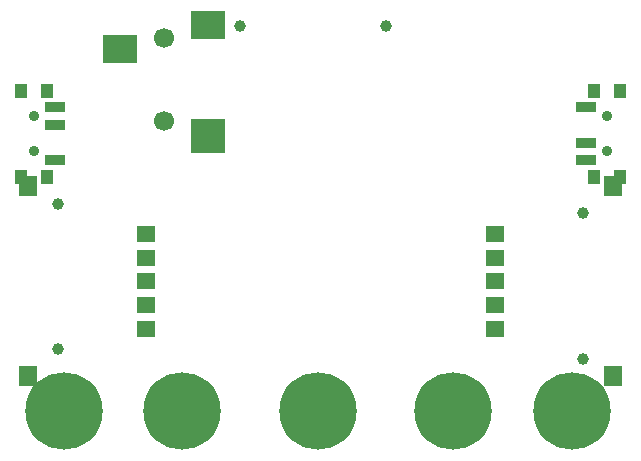
<source format=gbr>
G04 DipTrace 3.3.1.1*
G04 BottomMask.gbr*
%MOIN*%
G04 #@! TF.FileFunction,Soldermask,Bot*
G04 #@! TF.Part,Single*
%ADD34C,0.066929*%
%ADD35C,0.035433*%
%ADD36C,0.03937*%
%ADD41R,0.03937X0.047244*%
%ADD44R,0.062992X0.055118*%
%ADD46R,0.062992X0.066929*%
%ADD49R,0.066929X0.035433*%
%ADD53R,0.11811X0.094488*%
%ADD55R,0.11811X0.11811*%
%ADD61C,0.257874*%
%FSLAX26Y26*%
G04*
G70*
G90*
G75*
G01*
G04 BotMask*
%LPD*%
D61*
X551181Y629923D3*
X944882D3*
X1397638D3*
X1850394D3*
X2244094D3*
D55*
X1031575Y1547984D3*
D53*
X740079Y1839323D3*
X1031417Y1918063D3*
D34*
X885748Y1874756D3*
Y1599165D3*
D49*
X2293307Y1643702D3*
Y1525592D3*
Y1466537D3*
D41*
X2318898Y1698820D3*
X2405512D3*
X2318898Y1411419D3*
X2405512D3*
D35*
X2362205Y1614175D3*
Y1496064D3*
D49*
X521654Y1466537D3*
Y1584647D3*
Y1643702D3*
D41*
X496063Y1411419D3*
X409449D3*
X496063Y1698820D3*
X409449D3*
D35*
X452756Y1496064D3*
Y1614175D3*
D46*
X2381890Y1379923D3*
Y746064D3*
D44*
X1988189Y1062993D3*
Y1141734D3*
Y984253D3*
Y905513D3*
Y1220474D3*
D36*
X2283465Y805119D3*
Y1289371D3*
X1139764Y1913387D3*
X1624016D3*
D46*
X433071Y746064D3*
Y1379923D3*
D44*
X826772Y1062993D3*
Y984253D3*
Y1141734D3*
Y1220474D3*
Y905513D3*
D36*
X531496Y1320867D3*
Y836615D3*
M02*

</source>
